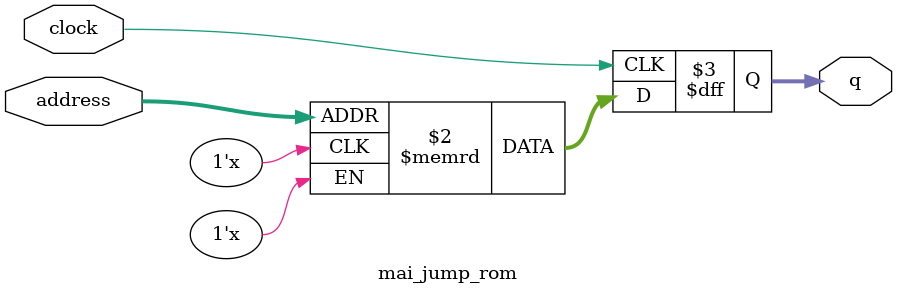
<source format=sv>
module mai_jump_rom (
	input logic clock,
	input logic [13:0] address,
	output logic [2:0] q
);

logic [2:0] memory [0:14399] /* synthesis ram_init_file = "./mai_jump/mai_jump.COE" */;

always_ff @ (posedge clock) begin
	q <= memory[address];
end

endmodule

</source>
